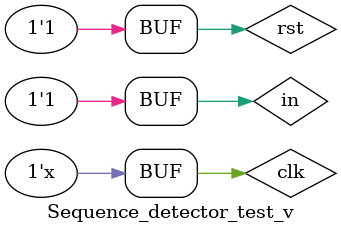
<source format=v>
`timescale 1ns / 1ps


module Sequence_detector_test_v;

	// Inputs
	reg in;
	reg rst;
	reg clk;

	// Outputs
	wire out;

	// Instantiate the Unit Under Test (UUT)
	Sequence_detector uut (
		.in(in), 
		.out(out), 
		.rst(rst), 
		.clk(clk)
	);

	initial begin
		// Initialize Inputs
		in = 0;
		rst = 1;
		clk = 0;

	 
	   #10
		in=1;
		
		#10
		in=0;
		
		#10
		in=1;
		

	end
      always #5 clk=~clk;
endmodule


</source>
